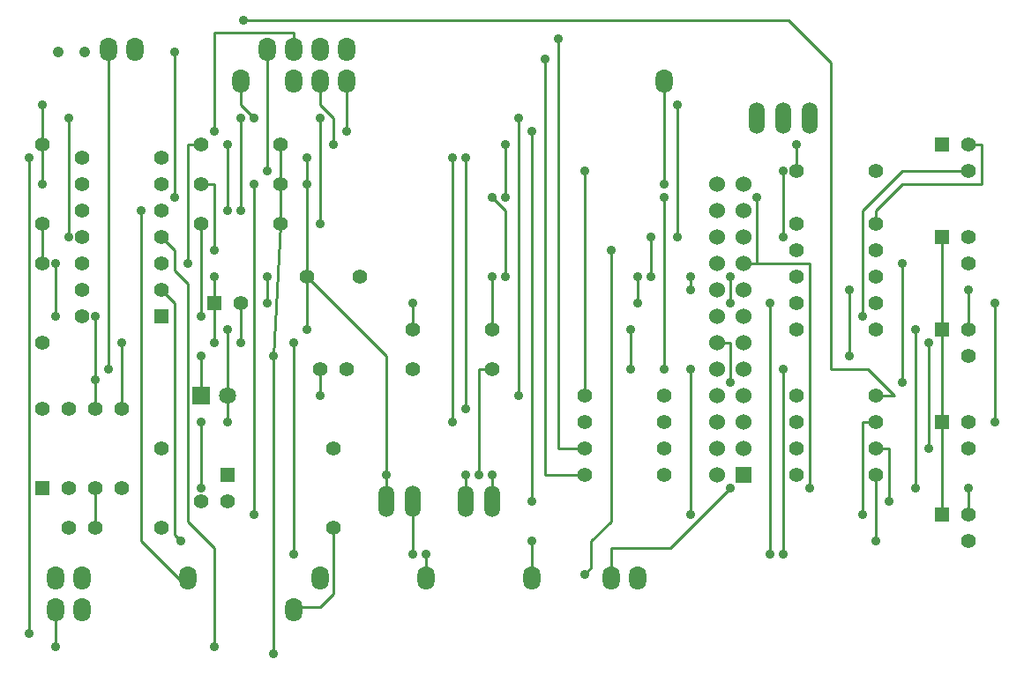
<source format=gtl>
G04 (created by PCBNEW (2013-07-07 BZR 4022)-stable) date 6/19/2015 1:27:00 PM*
%MOIN*%
G04 Gerber Fmt 3.4, Leading zero omitted, Abs format*
%FSLAX34Y34*%
G01*
G70*
G90*
G04 APERTURE LIST*
%ADD10C,0.00590551*%
%ADD11C,0.0420039*%
%ADD12O,0.065X0.09*%
%ADD13R,0.055X0.055*%
%ADD14C,0.055*%
%ADD15O,0.0593X0.1187*%
%ADD16R,0.06X0.06*%
%ADD17C,0.06*%
%ADD18R,0.065X0.065*%
%ADD19C,0.065*%
%ADD20C,0.035*%
%ADD21C,0.01*%
G04 APERTURE END LIST*
G54D10*
G54D11*
X58600Y-39000D03*
X59600Y-39000D03*
G54D12*
X69500Y-38900D03*
X68500Y-38900D03*
X67500Y-38900D03*
X66500Y-38900D03*
X61500Y-38900D03*
X60500Y-38900D03*
X81500Y-40100D03*
X69500Y-40100D03*
X68500Y-40100D03*
X67500Y-40100D03*
X65500Y-40100D03*
X80500Y-58900D03*
X79500Y-58900D03*
X76500Y-58900D03*
X72500Y-58900D03*
X68500Y-58900D03*
X63500Y-58900D03*
X59500Y-58900D03*
X58500Y-58900D03*
X67500Y-60100D03*
X59500Y-60100D03*
X58500Y-60100D03*
G54D13*
X65000Y-55000D03*
G54D14*
X65000Y-56000D03*
X64000Y-56000D03*
G54D13*
X92000Y-53000D03*
G54D14*
X93000Y-53000D03*
X93000Y-54000D03*
G54D13*
X92000Y-46000D03*
G54D14*
X93000Y-46000D03*
X93000Y-47000D03*
G54D13*
X92000Y-49500D03*
G54D14*
X93000Y-49500D03*
X93000Y-50500D03*
G54D13*
X92000Y-56500D03*
G54D14*
X93000Y-56500D03*
X93000Y-57500D03*
G54D13*
X92000Y-42500D03*
G54D14*
X93000Y-42500D03*
X93000Y-43500D03*
X89500Y-47500D03*
X86500Y-47500D03*
X67000Y-45500D03*
X64000Y-45500D03*
X86500Y-53000D03*
X89500Y-53000D03*
X81500Y-53000D03*
X78500Y-53000D03*
X86500Y-52000D03*
X89500Y-52000D03*
X81500Y-52000D03*
X78500Y-52000D03*
X89500Y-46500D03*
X86500Y-46500D03*
X89500Y-49500D03*
X86500Y-49500D03*
X89500Y-48500D03*
X86500Y-48500D03*
X81500Y-54000D03*
X78500Y-54000D03*
X89500Y-45500D03*
X86500Y-45500D03*
X72000Y-51000D03*
X75000Y-51000D03*
X69000Y-57000D03*
X69000Y-54000D03*
X67000Y-44000D03*
X64000Y-44000D03*
X67000Y-42500D03*
X64000Y-42500D03*
X58000Y-45500D03*
X58000Y-42500D03*
X58000Y-47000D03*
X58000Y-50000D03*
X86500Y-54000D03*
X89500Y-54000D03*
X62500Y-57000D03*
X62500Y-54000D03*
X75000Y-49500D03*
X72000Y-49500D03*
X89500Y-43500D03*
X86500Y-43500D03*
X86500Y-55000D03*
X89500Y-55000D03*
X81500Y-55000D03*
X78500Y-55000D03*
G54D15*
X85000Y-41500D03*
X86000Y-41500D03*
X87000Y-41500D03*
X72000Y-56000D03*
X71000Y-56000D03*
X75000Y-56000D03*
X74000Y-56000D03*
G54D16*
X84500Y-55000D03*
G54D17*
X83500Y-55000D03*
X84500Y-54000D03*
X83500Y-54000D03*
X84500Y-53000D03*
X83500Y-53000D03*
X84500Y-52000D03*
X83500Y-52000D03*
X84500Y-51000D03*
X83500Y-51000D03*
X84500Y-50000D03*
X83500Y-50000D03*
X84500Y-49000D03*
X83500Y-49000D03*
X84500Y-48000D03*
X83500Y-48000D03*
X84500Y-47000D03*
X83500Y-47000D03*
X84500Y-46000D03*
X83500Y-46000D03*
X84500Y-45000D03*
X83500Y-45000D03*
X84500Y-44000D03*
X83500Y-44000D03*
G54D13*
X58000Y-55500D03*
G54D14*
X59000Y-55500D03*
X60000Y-55500D03*
X61000Y-55500D03*
X61000Y-52500D03*
X60000Y-52500D03*
X59000Y-52500D03*
X58000Y-52500D03*
G54D13*
X62500Y-49000D03*
G54D14*
X62500Y-48000D03*
X62500Y-47000D03*
X62500Y-46000D03*
X62500Y-45000D03*
X62500Y-44000D03*
X62500Y-43000D03*
X59500Y-43000D03*
X59500Y-44000D03*
X59500Y-45000D03*
X59500Y-46000D03*
X59500Y-47000D03*
X59500Y-48000D03*
X59500Y-49000D03*
G54D13*
X64500Y-48500D03*
G54D14*
X65500Y-48500D03*
X59000Y-57000D03*
X60000Y-57000D03*
G54D18*
X64000Y-52000D03*
G54D19*
X65000Y-52000D03*
G54D14*
X70000Y-47500D03*
X68000Y-47500D03*
X69500Y-51000D03*
X68500Y-51000D03*
G54D20*
X84000Y-55500D03*
X87000Y-55500D03*
X85000Y-44500D03*
X60000Y-51400D03*
X66750Y-61750D03*
X60000Y-49000D03*
X58500Y-49000D03*
X58500Y-47000D03*
X64000Y-50500D03*
X64000Y-52000D03*
X66750Y-50500D03*
X68000Y-49500D03*
X65000Y-49500D03*
X64000Y-55500D03*
X68000Y-44000D03*
X81500Y-44000D03*
X68000Y-43000D03*
X64000Y-53000D03*
X65000Y-53000D03*
X71000Y-55000D03*
X74000Y-55000D03*
X74500Y-55000D03*
X75000Y-55000D03*
X88500Y-48000D03*
X88500Y-50500D03*
X89000Y-49000D03*
X86000Y-51000D03*
X86000Y-58000D03*
X90500Y-47000D03*
X90500Y-51500D03*
X84000Y-51500D03*
X91500Y-50000D03*
X91500Y-54000D03*
X93000Y-55500D03*
X91000Y-55500D03*
X91000Y-49500D03*
X94000Y-53000D03*
X94000Y-48500D03*
X93000Y-48000D03*
X75000Y-47500D03*
X64500Y-47500D03*
X66500Y-47500D03*
X66500Y-48500D03*
X72000Y-48500D03*
X61000Y-50000D03*
X64500Y-50000D03*
X62500Y-57000D03*
X61750Y-45000D03*
X63250Y-57500D03*
X64500Y-61500D03*
X58500Y-61500D03*
X66000Y-44000D03*
X66000Y-56500D03*
X57500Y-43000D03*
X57500Y-61000D03*
X66000Y-41500D03*
X68500Y-41500D03*
X68500Y-45500D03*
X80250Y-49500D03*
X80250Y-51000D03*
X60500Y-51000D03*
X79500Y-46500D03*
X78500Y-58750D03*
X72500Y-58000D03*
X85500Y-58000D03*
X85500Y-48500D03*
X84000Y-47500D03*
X84000Y-48500D03*
X80500Y-48500D03*
X80500Y-47500D03*
X75500Y-47500D03*
X75000Y-44500D03*
X63000Y-44500D03*
X63000Y-39000D03*
X89000Y-56500D03*
X82500Y-56500D03*
X82500Y-51000D03*
X81500Y-51000D03*
X81500Y-44500D03*
X75500Y-44500D03*
X75500Y-42500D03*
X69000Y-42500D03*
X64500Y-42000D03*
X73500Y-43000D03*
X73500Y-53000D03*
X65600Y-37800D03*
X78500Y-43500D03*
X66500Y-43500D03*
X76500Y-57500D03*
X89500Y-57500D03*
X77000Y-39250D03*
X90000Y-56000D03*
X76500Y-56000D03*
X76500Y-42000D03*
X69500Y-42000D03*
X77500Y-38500D03*
X86000Y-43500D03*
X86000Y-46000D03*
X86500Y-42500D03*
X64000Y-49000D03*
X64000Y-45500D03*
X82500Y-48000D03*
X82500Y-47500D03*
X81000Y-47500D03*
X81000Y-46000D03*
X64500Y-46500D03*
X65000Y-45000D03*
X65000Y-42500D03*
X63500Y-47000D03*
X58000Y-44000D03*
X82000Y-46000D03*
X82000Y-41000D03*
X58000Y-41000D03*
X59000Y-46000D03*
X59000Y-41500D03*
X65500Y-41500D03*
X65500Y-45000D03*
X72000Y-58000D03*
X67500Y-58000D03*
X67500Y-50000D03*
X65500Y-50000D03*
X76000Y-41500D03*
X76000Y-52000D03*
X68500Y-52000D03*
X74000Y-43000D03*
X74000Y-52500D03*
G54D21*
X85000Y-47000D02*
X87000Y-47000D01*
X79500Y-57750D02*
X79500Y-59000D01*
X81750Y-57750D02*
X79500Y-57750D01*
X84000Y-55500D02*
X81750Y-57750D01*
X87000Y-47000D02*
X87000Y-55500D01*
X84500Y-47000D02*
X85000Y-47000D01*
X85000Y-44500D02*
X85000Y-47000D01*
X66750Y-61500D02*
X66750Y-50500D01*
X66750Y-61750D02*
X66750Y-61500D01*
X60000Y-52500D02*
X60000Y-52000D01*
X60000Y-52000D02*
X60000Y-51400D01*
X60000Y-51400D02*
X60000Y-49000D01*
X58000Y-47000D02*
X58000Y-45500D01*
X58500Y-47000D02*
X58500Y-49000D01*
X64000Y-52000D02*
X64000Y-50500D01*
X67000Y-45500D02*
X66750Y-50500D01*
X67000Y-44000D02*
X67000Y-45500D01*
X67000Y-42500D02*
X67000Y-44000D01*
X65000Y-52000D02*
X65000Y-49500D01*
X68000Y-49500D02*
X68000Y-47500D01*
X71000Y-55000D02*
X71000Y-50500D01*
X71000Y-50500D02*
X68000Y-47500D01*
X81500Y-44000D02*
X81500Y-40000D01*
X68000Y-43000D02*
X68000Y-44000D01*
X68000Y-44000D02*
X68000Y-47500D01*
X64000Y-55500D02*
X64000Y-53000D01*
X65000Y-53000D02*
X65000Y-52000D01*
X74000Y-56000D02*
X74000Y-55000D01*
X71000Y-56000D02*
X71000Y-55000D01*
X75000Y-56000D02*
X75000Y-55000D01*
X74500Y-51000D02*
X75000Y-51000D01*
X74500Y-55000D02*
X74500Y-51000D01*
X88500Y-50500D02*
X88500Y-48000D01*
X90500Y-43500D02*
X93000Y-43500D01*
X89000Y-45000D02*
X90500Y-43500D01*
X89000Y-49000D02*
X89000Y-45000D01*
X86000Y-58000D02*
X86000Y-51000D01*
X83500Y-50000D02*
X84000Y-50000D01*
X90500Y-51500D02*
X90500Y-47000D01*
X84000Y-50000D02*
X84000Y-51500D01*
X91500Y-54000D02*
X91500Y-50000D01*
X89500Y-45500D02*
X89500Y-45000D01*
X93500Y-42500D02*
X93000Y-42500D01*
X93500Y-44000D02*
X93500Y-42500D01*
X90500Y-44000D02*
X93500Y-44000D01*
X89500Y-45000D02*
X90500Y-44000D01*
X93000Y-55500D02*
X93000Y-56500D01*
X91000Y-49500D02*
X91000Y-55500D01*
X94000Y-48500D02*
X94000Y-53000D01*
X93000Y-48000D02*
X93000Y-49500D01*
X75000Y-47500D02*
X75000Y-49500D01*
X72000Y-49500D02*
X72000Y-48500D01*
X64500Y-47500D02*
X64500Y-48500D01*
X66500Y-48500D02*
X66500Y-47500D01*
X64500Y-48500D02*
X64500Y-50000D01*
X61000Y-50000D02*
X61000Y-52500D01*
X60000Y-57000D02*
X60000Y-55500D01*
X63500Y-59000D02*
X63250Y-59000D01*
X61750Y-57500D02*
X61750Y-45000D01*
X63250Y-59000D02*
X61750Y-57500D01*
X63000Y-48500D02*
X62500Y-48000D01*
X63000Y-57250D02*
X63000Y-48500D01*
X63250Y-57500D02*
X63000Y-57250D01*
X58500Y-60000D02*
X58500Y-61500D01*
X63000Y-46500D02*
X62500Y-46000D01*
X63000Y-47250D02*
X63000Y-46500D01*
X63500Y-47750D02*
X63000Y-47250D01*
X63500Y-56750D02*
X63500Y-47750D01*
X64500Y-57750D02*
X63500Y-56750D01*
X64500Y-61500D02*
X64500Y-57750D01*
X66000Y-56500D02*
X66000Y-44000D01*
X57500Y-61000D02*
X57500Y-43000D01*
X65500Y-41000D02*
X65500Y-40000D01*
X66000Y-41500D02*
X65500Y-41000D01*
X68500Y-45500D02*
X68500Y-41500D01*
X60500Y-39000D02*
X60500Y-51000D01*
X80250Y-51000D02*
X80250Y-49500D01*
X67500Y-60000D02*
X68500Y-60000D01*
X69000Y-59500D02*
X69000Y-57000D01*
X68500Y-60000D02*
X69000Y-59500D01*
X79500Y-46750D02*
X79500Y-46500D01*
X79500Y-56750D02*
X79500Y-46750D01*
X78750Y-57500D02*
X79500Y-56750D01*
X78750Y-58500D02*
X78750Y-57500D01*
X78500Y-58750D02*
X78750Y-58500D01*
X72500Y-58000D02*
X72500Y-59000D01*
X85500Y-48500D02*
X85500Y-58000D01*
X84000Y-48500D02*
X84000Y-47500D01*
X80500Y-47500D02*
X80500Y-48500D01*
X75500Y-45000D02*
X75500Y-47500D01*
X75000Y-44500D02*
X75500Y-45000D01*
X63000Y-39000D02*
X63000Y-44500D01*
X68500Y-40000D02*
X68500Y-41000D01*
X89000Y-53000D02*
X89500Y-53000D01*
X89000Y-56500D02*
X89000Y-53000D01*
X82500Y-51000D02*
X82500Y-56500D01*
X81500Y-44500D02*
X81500Y-51000D01*
X75500Y-42500D02*
X75500Y-44500D01*
X69000Y-41500D02*
X69000Y-42500D01*
X68500Y-41000D02*
X69000Y-41500D01*
X67500Y-38250D02*
X67500Y-39000D01*
X64500Y-38250D02*
X67500Y-38250D01*
X64500Y-42000D02*
X64500Y-38250D01*
X73500Y-53000D02*
X73500Y-43000D01*
X89500Y-52000D02*
X90200Y-52000D01*
X65800Y-37800D02*
X65600Y-37800D01*
X72200Y-37800D02*
X65800Y-37800D01*
X72400Y-37800D02*
X72200Y-37800D01*
X86200Y-37800D02*
X72400Y-37800D01*
X87800Y-39400D02*
X86200Y-37800D01*
X87800Y-40600D02*
X87800Y-39400D01*
X87800Y-51000D02*
X87800Y-40600D01*
X89200Y-51000D02*
X87800Y-51000D01*
X90200Y-52000D02*
X89200Y-51000D01*
X66500Y-39000D02*
X66500Y-43500D01*
X78500Y-43500D02*
X78500Y-52000D01*
X89500Y-55000D02*
X89500Y-57500D01*
X76500Y-57500D02*
X76500Y-59000D01*
X77000Y-55000D02*
X78500Y-55000D01*
X77000Y-39250D02*
X77000Y-55000D01*
X69500Y-40000D02*
X69500Y-42000D01*
X90000Y-54000D02*
X89500Y-54000D01*
X90000Y-56000D02*
X90000Y-54000D01*
X76500Y-42000D02*
X76500Y-56000D01*
X77500Y-54000D02*
X78500Y-54000D01*
X77500Y-38500D02*
X77500Y-54000D01*
X92000Y-49500D02*
X92000Y-46000D01*
X92000Y-53000D02*
X92000Y-49500D01*
X92000Y-56500D02*
X92000Y-53000D01*
X86000Y-46000D02*
X86000Y-43500D01*
X86500Y-42500D02*
X86500Y-43500D01*
X64000Y-45500D02*
X64000Y-49000D01*
X82500Y-47500D02*
X82500Y-48000D01*
X81000Y-46000D02*
X81000Y-47500D01*
X64500Y-44000D02*
X64000Y-44000D01*
X64500Y-46500D02*
X64500Y-44000D01*
X65000Y-42500D02*
X65000Y-45000D01*
X63500Y-42500D02*
X64000Y-42500D01*
X63500Y-47000D02*
X63500Y-42500D01*
X58000Y-44000D02*
X58000Y-42500D01*
X58000Y-42500D02*
X58000Y-41000D01*
X82000Y-41000D02*
X82000Y-46000D01*
X59000Y-41500D02*
X59000Y-46000D01*
X65500Y-45000D02*
X65500Y-41500D01*
X65500Y-48500D02*
X65500Y-50000D01*
X72000Y-58000D02*
X72000Y-56000D01*
X67500Y-50000D02*
X67500Y-58000D01*
X68500Y-51000D02*
X68500Y-52000D01*
X76000Y-52000D02*
X76000Y-41500D01*
X74000Y-52500D02*
X74000Y-43000D01*
M02*

</source>
